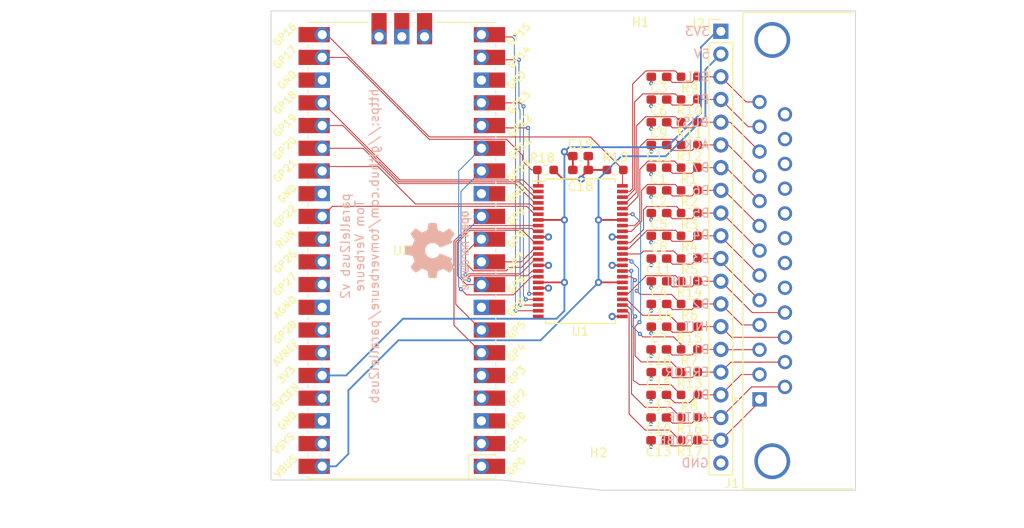
<source format=kicad_pcb>
(kicad_pcb (version 20211014) (generator pcbnew)
  (layers (0 "F.Cu" signal) (1 "In1.Cu" signal) (2 "In2.Cu" signal) (31 "B.Cu" signal) (34 "B.Paste" user) (35 "F.Paste" user) (36 "B.SilkS" user "B.Silkscreen") (37 "F.SilkS" user "F.Silkscreen") (38 "B.Mask" user) (39 "F.Mask" user) (44 "Edge.Cuts" user))
  (net 0 "")
  (net 1 "GND")
  (net 2 "/STROBE")
  (net 3 "/D0")
  (net 4 "/D1")
  (net 5 "/D2")
  (net 6 "/D3")
  (net 7 "/D4")
  (net 8 "/D5")
  (net 9 "/D6")
  (net 10 "/ACK")
  (net 11 "/BUSY")
  (net 12 "/PE")
  (net 13 "/SEL")
  (net 14 "/AUTOF")
  (net 15 "/ERROR")
  (net 16 "/INIT")
  (net 17 "/SELIN")
  (net 18 "/D7")
  (net 19 "/D7_3")
  (net 20 "/D6_3")
  (net 21 "/D5_3")
  (net 22 "/D4_3")
  (net 23 "/D3_3")
  (net 24 "/D2_3")
  (net 25 "/D1_3")
  (net 26 "/D0_3")
  (net 27 "+3.3V")
  (net 28 "+5V")
  (net 29 "Net-(R1-Pad2)")
  (net 32 "Net-(R2-Pad2)")
  (net 33 "Net-(R3-Pad2)")
  (net 34 "Net-(R4-Pad2)")
  (net 35 "Net-(R5-Pad2)")
  (net 36 "Net-(R6-Pad2)")
  (net 37 "Net-(R7-Pad2)")
  (net 38 "Net-(R8-Pad2)")
  (net 39 "Net-(R9-Pad2)")
  (net 40 "Net-(R10-Pad2)")
  (net 41 "Net-(R11-Pad2)")
  (net 42 "Net-(R12-Pad2)")
  (net 43 "Net-(R13-Pad2)")
  (net 44 "Net-(R14-Pad2)")
  (net 45 "Net-(R15-Pad2)")
  (net 48 "/SELIN_3")
  (net 49 "/INIT_3")
  (net 50 "/AUTOF_3")
  (net 51 "/STROBE_3")
  (net 52 "/BUSY_3")
  (net 53 "/PE_3")
  (net 54 "/SEL_3")
  (net 55 "/ERROR_3")
  (net 56 "/ACK_3")
  (net 64 "Net-(R16-Pad2)")
  (net 65 "Net-(R17-Pad2)")
  (net 68 "/HD")
  (net 69 "/DIR")
  (footprint "Capacitor_SMD:C_0603_1608Metric_Pad1.08x0.95mm_HandSolder" (layer "F.Cu") (at 187.8595 82.169 180)
    (fp_text reference "C3")
    (fp_text value "100p")
  )
  (footprint "Capacitor_SMD:C_0603_1608Metric_Pad1.08x0.95mm_HandSolder" (layer "F.Cu") (at 179.0965 91.0336)
    (fp_text reference "C19")
    (fp_text value "22u")
  )
  (footprint "Capacitor_SMD:C_0603_1608Metric_Pad1.08x0.95mm_HandSolder" (layer "F.Cu") (at 187.836 112.649 180)
    (fp_text reference "C16")
    (fp_text value "100p")
  )
  (footprint "Capacitor_SMD:C_0603_1608Metric_Pad1.08x0.95mm_HandSolder" (layer "F.Cu") (at 187.8341 117.729 180)
    (fp_text reference "C17")
    (fp_text value "100p")
  )
  (footprint "MountingHole:MountingHole_2.7mm_M2.5" (layer "F.Cu") (at 183.642 78.105)
    (fp_text reference "H1")
    (fp_text value "MountingHole")
  )
  (footprint "Resistor_SMD:R_0603_1608Metric_Pad0.98x0.95mm_HandSolder" (layer "F.Cu") (at 191.2385 82.169 180)
    (fp_text reference "R9")
    (fp_text value "22")
  )
  (footprint "Capacitor_SMD:C_0603_1608Metric_Pad1.08x0.95mm_HandSolder" (layer "F.Cu") (at 187.8573 115.189 180)
    (fp_text reference "C15")
    (fp_text value "100p")
  )
  (footprint "Capacitor_SMD:C_0603_1608Metric_Pad1.08x0.95mm_HandSolder" (layer "F.Cu") (at 187.8595 89.789 180)
    (fp_text reference "C12")
    (fp_text value "100p")
  )
  (footprint "Resistor_SMD:R_0603_1608Metric_Pad0.98x0.95mm_HandSolder" (layer "F.Cu") (at 191.2385 97.409 180)
    (fp_text reference "R3")
    (fp_text value "22")
  )
  (footprint "Resistor_SMD:R_0603_1608Metric_Pad0.98x0.95mm_HandSolder" (layer "F.Cu") (at 191.2385 89.789 180)
    (fp_text reference "R12")
    (fp_text value "22")
  )
  (footprint "Capacitor_SMD:C_0603_1608Metric_Pad1.08x0.95mm_HandSolder" (layer "F.Cu") (at 187.8595 97.409 180)
    (fp_text reference "C5")
    (fp_text value "100p")
  )
  (footprint "Capacitor_SMD:C_0603_1608Metric_Pad1.08x0.95mm_HandSolder" (layer "F.Cu") (at 187.8595 102.489 180)
    (fp_text reference "C11")
    (fp_text value "100p")
  )
  (footprint "Resistor_SMD:R_0603_1608Metric_Pad0.98x0.95mm_HandSolder" (layer "F.Cu") (at 191.2385 87.249 180)
    (fp_text reference "R11")
    (fp_text value "22")
  )
  (footprint "RPi_Pico:RPi_Pico_SMD_TH" (layer "F.Cu") (at 159.131 101.591 180)
    (fp_text reference "U2")
    (fp_text value "Pico")
  )
  (footprint "Package_SO:SSOP-48_7.5x15.9mm_P0.635mm" (layer "F.Cu") (at 179.071 101.6635)
    (fp_text reference "U1")
    (fp_text value "74LVC161284DL")
  )
  (footprint "Resistor_SMD:R_0603_1608Metric_Pad0.98x0.95mm_HandSolder" (layer "F.Cu") (at 191.2385 120.269 180)
    (fp_text reference "R16")
    (fp_text value "22")
  )
  (footprint "Capacitor_SMD:C_0603_1608Metric_Pad1.08x0.95mm_HandSolder" (layer "F.Cu") (at 187.8595 94.869 180)
    (fp_text reference "C2")
    (fp_text value "100p")
  )
  (footprint "Capacitor_SMD:C_0603_1608Metric_Pad1.08x0.95mm_HandSolder" (layer "F.Cu") (at 187.8595 105.029 180)
    (fp_text reference "C4")
    (fp_text value "100p")
  )
  (footprint "Capacitor_SMD:C_0603_1608Metric_Pad1.08x0.95mm_HandSolder" (layer "F.Cu") (at 187.8341 122.809 180)
    (fp_text reference "C13")
    (fp_text value "100p")
  )
  (footprint "Capacitor_SMD:C_0603_1608Metric_Pad1.08x0.95mm_HandSolder" (layer "F.Cu") (at 187.8595 87.249 180)
    (fp_text reference "C9")
    (fp_text value "100p")
  )
  (footprint "Resistor_SMD:R_0603_1608Metric_Pad0.98x0.95mm_HandSolder" (layer "F.Cu") (at 191.2385 117.729 180)
    (fp_text reference "R8")
    (fp_text value "22")
  )
  (footprint "Resistor_SMD:R_0603_1608Metric_Pad0.98x0.95mm_HandSolder" (layer "F.Cu") (at 191.2385 107.569 180)
    (fp_text reference "R6")
    (fp_text value "22")
  )
  (footprint "Connector_Dsub:DSUB-25_Male_Horizontal_P2.77x2.84mm_EdgePinOffset7.70mm_Housed_MountingHolesOffset9.12mm" (layer "F.Cu") (at 199.088 118.225 90)
    (fp_text reference "J1")
    (fp_text value "DB25_Male_MountingHoles")
  )
  (footprint "Resistor_SMD:R_0603_1608Metric_Pad0.98x0.95mm_HandSolder" (layer "F.Cu") (at 191.2385 94.869 180)
    (fp_text reference "R2")
    (fp_text value "22")
  )
  (footprint "Resistor_SMD:R_0603_1608Metric_Pad0.98x0.95mm_HandSolder" (layer "F.Cu") (at 191.2385 110.109 180)
    (fp_text reference "R15")
    (fp_text value "22")
  )
  (footprint "Capacitor_SMD:C_0603_1608Metric_Pad1.08x0.95mm_HandSolder" (layer "F.Cu") (at 187.8341 120.269 180)
    (fp_text reference "C10")
    (fp_text value "100p")
  )
  (footprint "Capacitor_SMD:C_0603_1608Metric_Pad1.08x0.95mm_HandSolder" (layer "F.Cu") (at 187.8595 99.949 180)
    (fp_text reference "C8")
    (fp_text value "100p")
  )
  (footprint "Resistor_SMD:R_0603_1608Metric_Pad0.98x0.95mm_HandSolder" (layer "F.Cu") (at 191.2385 105.029 180)
    (fp_text reference "R14")
    (fp_text value "22")
  )
  (footprint "Resistor_SMD:R_0603_1608Metric_Pad0.98x0.95mm_HandSolder" (layer "F.Cu") (at 175.1819 92.583 180)
    (fp_text reference "R18")
    (fp_text value "4K7")
  )
  (footprint "Resistor_SMD:R_0603_1608Metric_Pad0.98x0.95mm_HandSolder" (layer "F.Cu") (at 191.262 115.189 180)
    (fp_text reference "R13")
    (fp_text value "22")
  )
  (footprint "Resistor_SMD:R_0603_1608Metric_Pad0.98x0.95mm_HandSolder" (layer "F.Cu") (at 191.2385 84.709 180)
    (fp_text reference "R10")
    (fp_text value "22")
  )
  (footprint "Capacitor_SMD:C_0603_1608Metric_Pad1.08x0.95mm_HandSolder" (layer "F.Cu") (at 187.8595 84.709 180)
    (fp_text reference "C6")
    (fp_text value "100p")
  )
  (footprint "Capacitor_SMD:C_0603_1608Metric_Pad1.08x0.95mm_HandSolder" (layer "F.Cu") (at 187.8595 107.569 180)
    (fp_text reference "C14")
    (fp_text value "100p")
  )
  (footprint "Capacitor_SMD:C_0603_1608Metric_Pad1.08x0.95mm_HandSolder" (layer "F.Cu") (at 187.8595 92.329 180)
    (fp_text reference "C1")
    (fp_text value "100p")
  )
  (footprint "Resistor_SMD:R_0603_1608Metric_Pad0.98x0.95mm_HandSolder" (layer "F.Cu") (at 182.9581 92.583)
    (fp_text reference "R19")
    (fp_text value "4K7")
  )
  (footprint "Resistor_SMD:R_0603_1608Metric_Pad0.98x0.95mm_HandSolder" (layer "F.Cu") (at 191.2347 122.809 180)
    (fp_text reference "R17")
    (fp_text value "22")
  )
  (footprint "Resistor_SMD:R_0603_1608Metric_Pad0.98x0.95mm_HandSolder" (layer "F.Cu") (at 191.2385 112.649 180)
    (fp_text reference "R7")
    (fp_text value "22")
  )
  (footprint "Capacitor_SMD:C_0603_1608Metric_Pad1.08x0.95mm_HandSolder" (layer "F.Cu") (at 179.0965 92.583)
    (fp_text reference "C18")
    (fp_text value "100n")
  )
  (footprint "Capacitor_SMD:C_0603_1608Metric_Pad1.08x0.95mm_HandSolder" (layer "F.Cu") (at 187.8595 110.109 180)
    (fp_text reference "C7")
    (fp_text value "100p")
  )
  (footprint "MountingHole:MountingHole_2.7mm_M2.5" (layer "F.Cu") (at 183.642 125.095)
    (fp_text reference "H2")
    (fp_text value "MountingHole")
  )
  (footprint "Resistor_SMD:R_0603_1608Metric_Pad0.98x0.95mm_HandSolder" (layer "F.Cu") (at 191.2385 92.329 180)
    (fp_text reference "R1")
    (fp_text value "22")
  )
  (footprint "Resistor_SMD:R_0603_1608Metric_Pad0.98x0.95mm_HandSolder" (layer "F.Cu") (at 191.2385 99.949 180)
    (fp_text reference "R4")
    (fp_text value "22")
  )
  (footprint "Connector_PinHeader_2.54mm:PinHeader_1x20_P2.54mm_Vertical" (layer "F.Cu") (at 194.77 77.089)
    (fp_text reference "J2")
    (fp_text value "Conn_01x20")
  )
  (footprint "Resistor_SMD:R_0603_1608Metric_Pad0.98x0.95mm_HandSolder" (layer "F.Cu") (at 191.2385 102.489 180)
    (fp_text reference "R5")
    (fp_text value "22")
  )
  (footprint "Symbol:OSHW-Logo2_9.8x8mm_SilkScreen" (layer "B.Cu") (at 163.195 101.6 -90)
    (fp_text reference "REF**" hide)
    (fp_text value "OSHW-Logo2_9.8x8mm_SilkScreen" hide)
  )
  (gr_poly (pts (xy 209.804 128.397) (xy 181.61 128.397) (xy 170.18 127.254) (xy 144.526 127.254) (xy 144.526 74.803) (xy 170.18 74.803) (xy 181.61 74.803) (xy 209.804 74.803)) (layer "Edge.Cuts") (width 0.1) (fill none))
  (gr_text "BUSY" (at 191.516 87.249) (layer "B.SilkS") (effects (font (size 1 1)) (justify mirror)))
  (gr_text "INIT" (at 192.024 110.109) (layer "B.SilkS") (effects (font (size 1 1)) (justify mirror)))
  (gr_text "SEL" (at 192.151 82.169) (layer "B.SilkS") (effects (font (size 1 1)) (justify mirror)))
  (gr_text "D2" (at 192.532 107.569) (layer "B.SilkS") (effects (font (size 1 1)) (justify mirror)))
  (gr_text "ACK" (at 192.024 89.789) (layer "B.SilkS") (effects (font (size 1 1)) (justify mirror)))
  (gr_text "ERROR" (at 191.008 115.189) (layer "B.SilkS") (effects (font (size 1 1)) (justify mirror)))
  (gr_text "D1" (at 192.532 112.649) (layer "B.SilkS") (effects (font (size 1 1)) (justify mirror)))
  (gr_text "D4" (at 192.532 99.822) (layer "B.SilkS") (effects (font (size 1 1)) (justify mirror)))
  (gr_text "SELINT" (at 191.008 105.029) (layer "B.SilkS") (effects (font (size 1 1)) (justify mirror)))
  (gr_text "STROBE" (at 190.627 122.809) (layer "B.SilkS") (effects (font (size 1 1)) (justify mirror)))
  (gr_text "AUTOF" (at 191.135 120.269) (layer "B.SilkS") (effects (font (size 1 1)) (justify mirror)))
  (gr_text "D7" (at 192.532 92.329) (layer "B.SilkS") (effects (font (size 1 1)) (justify mirror)))
  (gr_text "3V3" (at 192.151 77.089) (layer "B.SilkS") (effects (font (size 1 1)) (justify mirror)))
  (gr_text "5V" (at 192.659 79.629) (layer "B.SilkS") (effects (font (size 1 1)) (justify mirror)))
  (gr_text "D5" (at 192.532 97.409) (layer "B.SilkS") (effects (font (size 1 1)) (justify mirror)))
  (gr_text "parallel2usb v2\nTom Verbeure\nhttps://github.com/tomverbeure/parallel2usb" (at 154.432 101.092 90) (layer "B.SilkS") (effects (font (size 1 1)) (justify mirror)))
  (gr_text "PE" (at 192.532 84.709) (layer "B.SilkS") (effects (font (size 1 1)) (justify mirror)))
  (gr_text "D0" (at 192.532 117.729) (layer "B.SilkS") (effects (font (size 1 1)) (justify mirror)))
  (gr_text "D3" (at 192.532 102.489) (layer "B.SilkS") (effects (font (size 1 1)) (justify mirror)))
  (gr_text "D6" (at 192.532 94.869) (layer "B.SilkS") (effects (font (size 1 1)) (justify mirror)))
  (gr_text "GND" (at 191.897 125.349) (layer "B.SilkS") (effects (font (size 1 1)) (justify mirror)))
  (segment (start 174.371 105.791) (end 175.514 105.791) (width 0.2) (layer "F.Cu") (net 1))
  (segment (start 186.997 105.7634) (end 186.9948 105.7656) (width 0.2) (layer "F.Cu") (net 1))
  (segment (start 186.997 110.109) (end 186.997 110.8434) (width 0.2) (layer "F.Cu") (net 1))
  (segment (start 183.771 100.076) (end 182.626 100.076) (width 0.2) (layer "F.Cu") (net 1))
  (segment (start 179.197 93.345) (end 179.959 92.583) (width 0.2) (layer "F.Cu") (net 1))
  (segment (start 186.997 82.9034) (end 186.9948 82.9056) (width 0.2) (layer "F.Cu") (net 1))
  (segment (start 186.9716 117.729) (end 186.9716 118.4634) (width 0.2) (layer "F.Cu") (net 1))
  (segment (start 179.959 92.583) (end 182.0456 92.583) (width 0.2) (layer "F.Cu") (net 1))
  (segment (start 186.997 85.4434) (end 186.9948 85.4456) (width 0.2) (layer "F.Cu") (net 1))
  (segment (start 186.997 84.709) (end 186.997 85.4434) (width 0.2) (layer "F.Cu") (net 1))
  (segment (start 186.9716 121.0034) (end 186.9694 121.0056) (width 0.2) (layer "F.Cu") (net 1))
  (segment (start 179.197 93.599) (end 179.197 93.345) (width 0.2) (layer "F.Cu") (net 1))
  (segment (start 186.997 110.8434) (end 186.9948 110.8456) (width 0.2) (layer "F.Cu") (net 1))
  (segment (start 186.997 82.169) (end 186.997 82.9034) (width 0.2) (layer "F.Cu") (net 1))
  (segment (start 186.997 87.249) (end 186.997 87.9834) (width 0.2) (layer "F.Cu") (net 1))
  (segment (start 186.997 105.029) (end 186.997 105.7634) (width 0.2) (layer "F.Cu") (net 1))
  (segment (start 174.371 103.251) (end 175.514 103.251) (width 0.2) (layer "F.Cu") (net 1))
  (segment (start 186.9716 120.269) (end 186.9716 121.0034) (width 0.2) (layer "F.Cu") (net 1))
  (segment (start 186.997 92.329) (end 186.997 93.0634) (width 0.2) (layer "F.Cu") (net 1))
  (segment (start 186.9735 112.649) (end 186.9735 113.3643) (width 0.2) (layer "F.Cu") (net 1))
  (segment (start 186.997 102.489) (end 186.997 103.2234) (width 0.2) (layer "F.Cu") (net 1))
  (segment (start 186.997 95.6034) (end 186.9948 95.6056) (width 0.2) (layer "F.Cu") (net 1))
  (segment (start 179.959 91.0336) (end 179.959 92.583) (width 0.2) (layer "F.Cu") (net 1))
  (segment (start 186.9716 118.4634) (end 186.9694 118.4656) (width 0.2) (layer "F.Cu") (net 1))
  (segment (start 176.0944 92.583) (end 177.1104 93.599) (width 0.2) (layer "F.Cu") (net 1))
  (segment (start 186.997 103.2234) (end 186.9948 103.2256) (width 0.2) (layer "F.Cu") (net 1))
  (segment (start 186.9735 113.3643) (end 186.9948 113.3856) (width 0.2) (layer "F.Cu") (net 1))
  (segment (start 186.997 94.869) (end 186.997 95.6034) (width 0.2) (layer "F.Cu") (net 1))
  (segment (start 186.9948 115.189) (end 186.9948 115.9256) (width 0.2) (layer "F.Cu") (net 1))
  (segment (start 177.1104 93.599) (end 179.197 93.599) (width 0.2) (layer "F.Cu") (net 1))
  (segment (start 186.997 90.5234) (end 186.9948 90.5256) (width 0.2) (layer "F.Cu") (net 1))
  (segment (start 186.997 99.949) (end 186.997 100.6834) (width 0.2) (layer "F.Cu") (net 1))
  (segment (start 186.997 108.3034) (end 186.9948 108.3056) (width 0.2) (layer "F.Cu") (net 1))
  (segment (start 186.997 100.6834) (end 186.9948 100.6856) (width 0.2) (layer "F.Cu") (net 1))
  (segment (start 186.997 107.569) (end 186.997 108.3034) (width 0.2) (layer "F.Cu") (net 1))
  (segment (start 186.997 87.9834) (end 186.9948 87.9856) (width 0.2) (layer "F.Cu") (net 1))
  (segment (start 186.9716 123.5434) (end 186.9694 123.5456) (width 0.2) (layer "F.Cu") (net 1))
  (segment (start 186.997 97.409) (end 186.997 98.1434) (width 0.2) (layer "F.Cu") (net 1))
  (segment (start 183.771 103.251) (end 182.626 103.251) (width 0.2) (layer "F.Cu") (net 1))
  (segment (start 186.997 89.789) (end 186.997 90.5234) (width 0.2) (layer "F.Cu") (net 1))
  (segment (start 182.753 108.966) (end 182.626 108.966) (width 0.2) (layer "F.Cu") (net 1))
  (segment (start 183.771 108.966) (end 182.753 108.966) (width 0.2) (layer "F.Cu") (net 1))
  (segment (start 186.9716 122.809) (end 186.9716 123.5434) (width 0.2) (layer "F.Cu") (net 1))
  (segment (start 174.371 100.076) (end 175.514 100.076) (width 0.2) (layer "F.Cu") (net 1))
  (segment (start 186.997 98.1434) (end 186.9948 98.1456) (width 0.2) (layer "F.Cu") (net 1))
  (segment (start 186.997 93.0634) (end 186.9948 93.0656) (width 0.2) (layer "F.Cu") (net 1))
  (via (at 186.9948 113.3856) (size 0.46) (drill 0.2) (layers "F.Cu" "B.Cu") (net 1))
  (via (at 186.9948 82.9056) (size 0.46) (drill 0.2) (layers "F.Cu" "B.Cu") (net 1))
  (via (at 186.9948 87.9856) (size 0.46) (drill 0.2) (layers "F.Cu" "B.Cu") (net 1))
  (via (at 182.626 100.076) (size 0.8) (drill 0.4) (layers "F.Cu" "B.Cu") (net 1))
  (via (at 186.9948 110.8456) (size 0.46) (drill 0.2) (layers "F.Cu" "B.Cu") (net 1))
  (via (at 175.514 100.076) (size 0.8) (drill 0.4) (layers "F.Cu" "B.Cu") (net 1))
  (via (at 182.626 108.966) (size 0.8) (drill 0.4) (layers "F.Cu" "B.Cu") (net 1))
  (via (at 186.9948 85.4456) (size 0.46) (drill 0.2) (layers "F.Cu" "B.Cu") (net 1))
  (via (at 186.9948 108.3056) (size 0.46) (drill 0.2) (layers "F.Cu" "B.Cu") (net 1))
  (via (at 186.9948 98.1456) (size 0.46) (drill 0.2) (layers "F.Cu" "B.Cu") (net 1))
  (via (at 186.9948 103.2256) (size 0.46) (drill 0.2) (layers "F.Cu" "B.Cu") (net 1))
  (via (at 186.9948 93.0656) (size 0.46) (drill 0.2) (layers "F.Cu" "B.Cu") (net 1))
  (via (at 186.9948 90.5256) (size 0.46) (drill 0.2) (layers "F.Cu" "B.Cu") (net 1))
  (via (at 186.9948 105.7656) (size 0.46) (drill 0.2) (layers "F.Cu" "B.Cu") (net 1))
  (via (at 186.9694 121.0056) (size 0.46) (drill 0.2) (layers "F.Cu" "B.Cu") (net 1))
  (via (at 186.9948 95.6056) (size 0.46) (drill 0.2) (layers "F.Cu" "B.Cu") (net 1))
  (via (at 186.9948 115.9256) (size 0.46) (drill 0.2) (layers "F.Cu" "B.Cu") (net 1))
  (via (at 175.514 103.251) (size 0.8) (drill 0.4) (layers "F.Cu" "B.Cu") (net 1))
  (via (at 182.626 103.251) (size 0.8) (drill 0.4) (layers "F.Cu" "B.Cu") (net 1))
  (via (at 186.9694 123.5456) (size 0.46) (drill 0.2) (layers "F.Cu" "B.Cu") (net 1))
  (via (at 179.197 93.599) (size 0.8) (drill 0.4) (layers "F.Cu" "B.Cu") (net 1))
  (via (at 186.9948 100.6856) (size 0.46) (drill 0.2) (layers "F.Cu" "B.Cu") (net 1))
  (via (at 186.9694 118.4656) (size 0.46) (drill 0.2) (layers "F.Cu" "B.Cu") (net 1))
  (via (at 175.514 105.791) (size 0.8) (drill 0.4) (layers "F.Cu" "B.Cu") (net 1))
  (segment (start 191.399 123.434) (end 189.22 123.434) (width 0.1) (layer "F.Cu") (net 2))
  (segment (start 199.088 118.225) (end 199.088 118.491) (width 0.1) (layer "F.Cu") (net 2))
  (segment (start 199.088 118.491) (end 194.77 122.809) (width 0.1) (layer "F.Cu") (net 2))
  (segment (start 192.024 122.809) (end 191.399 123.434) (width 0.1) (layer "F.Cu") (net 2))
  (segment (start 194.77 122.809) (end 192.024 122.809) (width 0.1) (layer "F.Cu") (net 2))
  (segment (start 189.22 123.434) (end 188.595 122.809) (width 0.1) (layer "F.Cu") (net 2))
  (segment (start 192.151 117.729) (end 191.262 118.618) (width 0.1) (layer "F.Cu") (net 3))
  (segment (start 189.611 118.618) (end 188.722 117.729) (width 0.1) (layer "F.Cu") (net 3))
  (segment (start 194.77 117.729) (end 192.151 117.729) (width 0.1) (layer "F.Cu") (net 3))
  (segment (start 199.088 115.455) (end 197.044 115.455) (width 0.1) (layer "F.Cu") (net 3))
  (segment (start 191.262 118.618) (end 189.611 118.618) (width 0.1) (layer "F.Cu") (net 3))
  (segment (start 197.044 115.455) (end 194.77 117.729) (width 0.1) (layer "F.Cu") (net 3))
  (segment (start 194.77 112.649) (end 192.151 112.649) (width 0.1) (layer "F.Cu") (net 4))
  (segment (start 189.3235 113.274) (end 188.6985 112.649) (width 0.1) (layer "F.Cu") (net 4))
  (segment (start 192.151 112.649) (end 191.526 113.274) (width 0.1) (layer "F.Cu") (net 4))
  (segment (start 191.526 113.274) (end 189.3235 113.274) (width 0.1) (layer "F.Cu") (net 4))
  (segment (start 194.806 112.685) (end 194.77 112.649) (width 0.1) (layer "F.Cu") (net 4))
  (segment (start 199.088 112.685) (end 194.806 112.685) (width 0.1) (layer "F.Cu") (net 4))
  (segment (start 197.116 109.915) (end 194.77 107.569) (width 0.1) (layer "F.Cu") (net 5))
  (segment (start 199.088 109.915) (end 197.116 109.915) (width 0.1) (layer "F.Cu") (net 5))
  (segment (start 191.526 108.194) (end 189.347 108.194) (width 0.1) (layer "F.Cu") (net 5))
  (segment (start 194.77 107.569) (end 192.151 107.569) (width 0.1) (layer "F.Cu") (net 5))
  (segment (start 192.151 107.569) (end 191.526 108.194) (width 0.1) (layer "F.Cu") (net 5))
  (segment (start 189.347 108.194) (end 188.722 107.569) (width 0.1) (layer "F.Cu") (net 5))
  (segment (start 189.347 103.114) (end 188.722 102.489) (width 0.1) (layer "F.Cu") (net 6))
  (segment (start 199.088 107.145) (end 194.77 102.827) (width 0.1) (layer "F.Cu") (net 6))
  (segment (start 191.526 103.114) (end 189.347 103.114) (width 0.1) (layer "F.Cu") (net 6))
  (segment (start 194.77 102.827) (end 194.77 102.489) (width 0.1) (layer "F.Cu") (net 6))
  (segment (start 194.77 102.489) (end 192.151 102.489) (width 0.1) (layer "F.Cu") (net 6))
  (segment (start 192.151 102.489) (end 191.526 103.114) (width 0.1) (layer "F.Cu") (net 6))
  (segment (start 199.088 104.375) (end 194.77 100.057) (width 0.1) (layer "F.Cu") (net 7))
  (segment (start 192.151 99.949) (end 191.526 100.574) (width 0.1) (layer "F.Cu") (net 7))
  (segment (start 189.347 100.574) (end 188.722 99.949) (width 0.1) (layer "F.Cu") (net 7))
  (segment (start 194.77 99.949) (end 192.151 99.949) (width 0.1) (layer "F.Cu") (net 7))
  (segment (start 194.77 100.057) (end 194.77 99.949) (width 0.1) (layer "F.Cu") (net 7))
  (segment (start 191.526 100.574) (end 189.347 100.574) (width 0.1) (layer "F.Cu") (net 7))
  (segment (start 199.088 101.605) (end 194.892 97.409) (width 0.1) (layer "F.Cu") (net 8))
  (segment (start 191.526 98.034) (end 189.347 98.034) (width 0.1) (layer "F.Cu") (net 8))
  (segment (start 194.77 97.409) (end 192.151 97.409) (width 0.1) (layer "F.Cu") (net 8))
  (segment (start 192.151 97.409) (end 191.526 98.034) (width 0.1) (layer "F.Cu") (net 8))
  (segment (start 194.892 97.409) (end 194.77 97.409) (width 0.1) (layer "F.Cu") (net 8))
  (segment (start 189.347 98.034) (end 188.722 97.409) (width 0.1) (layer "F.Cu") (net 8))
  (segment (start 199.088 98.835) (end 195.122 94.869) (width 0.1) (layer "F.Cu") (net 9))
  (segment (start 194.77 94.869) (end 192.151 94.869) (width 0.1) (layer "F.Cu") (net 9))
  (segment (start 192.151 94.869) (end 191.526 95.494) (width 0.1) (layer "F.Cu") (net 9))
  (segment (start 189.347 95.494) (end 188.722 94.869) (width 0.1) (layer "F.Cu") (net 9))
  (segment (start 191.526 95.494) (end 189.347 95.494) (width 0.1) (layer "F.Cu") (net 9))
  (segment (start 195.122 94.869) (end 194.77 94.869) (width 0.1) (layer "F.Cu") (net 9))
  (segment (start 199.088 93.295) (end 195.582 89.789) (width 0.1) (layer "F.Cu") (net 10))
  (segment (start 189.347 90.414) (end 188.722 89.789) (width 0.1) (layer "F.Cu") (net 10))
  (segment (start 195.582 89.789) (end 194.77 89.789) (width 0.1) (layer "F.Cu") (net 10))
  (segment (start 192.151 89.789) (end 191.526 90.414) (width 0.1) (layer "F.Cu") (net 10))
  (segment (start 191.526 90.414) (end 189.347 90.414) (width 0.1) (layer "F.Cu") (net 10))
  (segment (start 194.77 89.789) (end 192.151 89.789) (width 0.1) (layer "F.Cu") (net 10))
  (segment (start 194.77 87.249) (end 192.151 87.249) (width 0.1) (layer "F.Cu") (net 11))
  (segment (start 192.151 87.249) (end 191.526 87.874) (width 0.1) (layer "F.Cu") (net 11))
  (segment (start 199.088 90.525) (end 195.812 87.249) (width 0.1) (layer "F.Cu") (net 11))
  (segment (start 189.347 87.874) (end 188.722 87.249) (width 0.1) (layer "F.Cu") (net 11))
  (segment (start 191.526 87.874) (end 189.347 87.874) (width 0.1) (layer "F.Cu") (net 11))
  (segment (start 195.812 87.249) (end 194.77 87.249) (width 0.1) (layer "F.Cu") (net 11))
  (segment (start 189.347 85.334) (end 188.722 84.709) (width 0.1) (layer "F.Cu") (net 12))
  (segment (start 199.088 87.755) (end 197.816 87.755) (width 0.1) (layer "F.Cu") (net 12))
  (segment (start 192.151 84.709) (end 191.526 85.334) (width 0.1) (layer "F.Cu") (net 12))
  (segment (start 197.816 87.755) (end 194.77 84.709) (width 0.1) (layer "F.Cu") (net 12))
  (segment (start 191.526 85.334) (end 189.347 85.334) (width 0.1) (layer "F.Cu") (net 12))
  (segment (start 194.77 84.709) (end 192.151 84.709) (width 0.1) (layer "F.Cu") (net 12))
  (segment (start 192.151 82.169) (end 191.526 82.794) (width 0.1) (layer "F.Cu") (net 13))
  (segment (start 199.088 84.985) (end 197.586 84.985) (width 0.1) (layer "F.Cu") (net 13))
  (segment (start 197.586 84.985) (end 194.77 82.169) (width 0.1) (layer "F.Cu") (net 13))
  (segment (start 189.347 82.794) (end 188.722 82.169) (width 0.1) (layer "F.Cu") (net 13))
  (segment (start 191.526 82.794) (end 189.347 82.794) (width 0.1) (layer "F.Cu") (net 13))
  (segment (start 194.77 82.169) (end 192.151 82.169) (width 0.1) (layer "F.Cu") (net 13))
  (segment (start 189.347 120.894) (end 188.722 120.269) (width 0.1) (layer "F.Cu") (net 14))
  (segment (start 191.526 120.894) (end 189.347 120.894) (width 0.1) (layer "F.Cu") (net 14))
  (segment (start 194.77 120.269) (end 192.151 120.269) (width 0.1) (layer "F.Cu") (net 14))
  (segment (start 192.151 120.269) (end 191.526 120.894) (width 0.1) (layer "F.Cu") (net 14))
  (segment (start 201.928 116.84) (end 198.199 116.84) (width 0.1) (layer "F.Cu") (net 14))
  (segment (start 198.199 116.84) (end 194.77 120.269) (width 0.1) (layer "F.Cu") (net 14))
  (segment (start 195.889 114.07) (end 194.77 115.189) (width 0.1) (layer "F.Cu") (net 15))
  (segment (start 191.5495 115.814) (end 189.3705 115.814) (width 0.1) (layer "F.Cu") (net 15))
  (segment (start 192.1745 115.189) (end 191.5495 115.814) (width 0.1) (layer "F.Cu") (net 15))
  (segment (start 194.77 115.189) (end 192.1745 115.189) (width 0.1) (layer "F.Cu") (net 15))
  (segment (start 201.928 114.07) (end 195.889 114.07) (width 0.1) (layer "F.Cu") (net 15))
  (segment (start 189.3705 115.814) (end 188.7455 115.189) (width 0.1) (layer "F.Cu") (net 15))
  (segment (start 195.961 111.3) (end 194.77 110.109) (width 0.1) (layer "F.Cu") (net 16))
  (segment (start 189.347 110.734) (end 188.722 110.109) (width 0.1) (layer "F.Cu") (net 16))
  (segment (start 201.928 111.3) (end 195.961 111.3) (width 0.1) (layer "F.Cu") (net 16))
  (segment (start 191.526 110.734) (end 189.347 110.734) (width 0.1) (layer "F.Cu") (net 16))
  (segment (start 192.151 110.109) (end 191.526 110.734) (width 0.1) (layer "F.Cu") (net 16))
  (segment (start 194.77 110.109) (end 192.151 110.109) (width 0.1) (layer "F.Cu") (net 16))
  (segment (start 192.151 105.029) (end 191.526 105.654) (width 0.1) (layer "F.Cu") (net 17))
  (segment (start 194.77 105.029) (end 192.151 105.029) (width 0.1) (layer "F.Cu") (net 17))
  (segment (start 191.526 105.654) (end 189.347 105.654) (width 0.1) (layer "F.Cu") (net 17))
  (segment (start 198.271 108.53) (end 194.77 105.029) (width 0.1) (layer "F.Cu") (net 17))
  (segment (start 189.347 105.654) (end 188.722 105.029) (width 0.1) (layer "F.Cu") (net 17))
  (segment (start 201.928 108.53) (end 198.271 108.53) (width 0.1) (layer "F.Cu") (net 17))
  (segment (start 191.526 92.954) (end 189.347 92.954) (width 0.1) (layer "F.Cu") (net 18))
  (segment (start 194.77 92.329) (end 192.151 92.329) (width 0.1) (layer "F.Cu") (net 18))
  (segment (start 195.352 92.329) (end 194.77 92.329) (width 0.1) (layer "F.Cu") (net 18))
  (segment (start 199.088 96.065) (end 195.352 92.329) (width 0.1) (layer "F.Cu") (net 18))
  (segment (start 192.151 92.329) (end 191.526 92.954) (width 0.1) (layer "F.Cu") (net 18))
  (segment (start 189.347 92.954) (end 188.722 92.329) (width 0.1) (layer "F.Cu") (net 18))
  (segment (start 174.371 98.806) (end 166.694725 98.806) (width 0.1) (layer "F.Cu") (net 19))
  (segment (start 164.954998 109.954998) (end 168.021 113.021) (width 0.1) (layer "F.Cu") (net 19))
  (segment (start 164.954998 100.545728) (end 164.954998 109.954998) (width 0.1) (layer "F.Cu") (net 19))
  (segment (start 166.694725 98.806) (end 164.954998 100.545728) (width 0.1) (layer "F.Cu") (net 19))
  (segment (start 165.154499 107.614499) (end 168.021 110.481) (width 0.1) (layer "F.Cu") (net 20))
  (segment (start 166.661363 99.121499) (end 165.154499 100.628364) (width 0.1) (layer "F.Cu") (net 20))
  (segment (start 173.971 99.441) (end 173.651499 99.121499) (width 0.1) (layer "F.Cu") (net 20))
  (segment (start 173.651499 99.121499) (end 166.661363 99.121499) (width 0.1) (layer "F.Cu") (net 20))
  (segment (start 165.154499 100.628364) (end 165.154499 107.614499) (width 0.1) (layer "F.Cu") (net 20))
  (segment (start 174.371 99.441) (end 173.971 99.441) (width 0.1) (layer "F.Cu") (net 20))
  (segment (start 166.361 105.401) (end 168.021 105.401) (width 0.1) (layer "F.Cu") (net 21))
  (segment (start 174.371 100.711) (end 173.971 100.711) (width 0.1) (layer "F.Cu") (net 21))
  (segment (start 166.744 99.321) (end 165.354 100.711) (width 0.1) (layer "F.Cu") (net 21))
  (segment (start 165.354 100.711) (end 165.354 104.394) (width 0.1) (layer "F.Cu") (net 21))
  (segment (start 172.581 99.321) (end 166.744 99.321) (width 0.1) (layer "F.Cu") (net 21))
  (segment (start 165.354 104.394) (end 166.361 105.401) (width 0.1) (layer "F.Cu") (net 21))
  (segment (start 173.971 100.711) (end 172.581 99.321) (width 0.1) (layer "F.Cu") (net 21))
  (segment (start 173.971 101.346) (end 172.456 102.861) (width 0.1) (layer "F.Cu") (net 22))
  (segment (start 172.456 102.861) (end 168.021 102.861) (width 0.1) (layer "F.Cu") (net 22))
  (segment (start 174.371 101.346) (end 173.971 101.346) (width 0.1) (layer "F.Cu") (net 22))
  (segment (start 171.157726 103.486998) (end 170.783724 103.861) (width 0.1) (layer "F.Cu") (net 23))
  (segment (start 174.371 101.981) (end 173.971 101.981) (width 0.1) (layer "F.Cu") (net 23))
  (segment (start 166.243 102.997) (end 166.243 101.854) (width 0.1) (layer "F.Cu") (net 23))
  (segment (start 173.971 101.981) (end 172.465002 103.486998) (width 0.1) (layer "F.Cu") (net 23))
  (segment (start 166.243 101.854) (end 167.776 100.321) (width 0.1) (layer "F.Cu") (net 23))
  (segment (start 167.776 100.321) (end 168.021 100.321) (width 0.1) (layer "F.Cu") (net 23))
  (segment (start 170.783724 103.861) (end 167.107 103.861) (width 0.1) (layer "F.Cu") (net 23))
  (segment (start 172.465002 103.486998) (end 171.157726 103.486998) (width 0.1) (layer "F.Cu") (net 23))
  (segment (start 167.107 103.861) (end 166.243 102.997) (width 0.1) (layer "F.Cu") (net 23))
  (segment (start 166.308501 104.201499) (end 166.243 104.267) (width 0.1) (layer "F.Cu") (net 24))
  (segment (start 173.971 102.616) (end 172.385501 104.201499) (width 0.1) (layer "F.Cu") (net 24))
  (segment (start 174.371 102.616) (end 173.971 102.616) (width 0.1) (layer "F.Cu") (net 24))
  (segment (start 172.385501 104.201499) (end 166.308501 104.201499) (width 0.1) (layer "F.Cu") (net 24))
  (via (at 166.243 104.267) (size 0.46) (drill 0.2) (layers "F.Cu" "B.Cu") (net 24))
  (segment (start 166.243 104.267) (end 166.243 99.559) (width 0.1) (layer "B.Cu") (net 24))
  (segment (start 166.243 99.559) (end 168.021 97.781) (width 0.1) (layer "B.Cu") (net 24))
  (segment (start 173.671 103.886) (end 173.156 104.401) (width 0.1) (layer "F.Cu") (net 25))
  (segment (start 166.744 104.401) (end 166.624 104.521) (width 0.1) (layer "F.Cu") (net 25))
  (segment (start 166.624 104.521) (end 166.624 104.902) (width 0.1) (layer "F.Cu") (net 25))
  (segment (start 174.371 103.886) (end 173.671 103.886) (width 0.1) (layer "F.Cu") (net 25))
  (segment (start 173.156 104.401) (end 166.744 104.401) (width 0.1) (layer "F.Cu") (net 25))
  (via (at 166.624 104.902) (size 0.46) (drill 0.2) (layers "F.Cu" "B.Cu") (net 25))
  (segment (start 166.624 104.902) (end 166.116 104.902) (width 0.1) (layer "B.Cu") (net 25))
  (segment (start 166.116 104.902) (end 165.735 104.521) (width 0.1) (layer "B.Cu") (net 25))
  (segment (start 165.735 94.987) (end 168.021 92.701) (width 0.1) (layer "B.Cu") (net 25))
  (segment (start 165.735 104.521) (end 165.735 94.987) (width 0.1) (layer "B.Cu") (net 25))
  (segment (start 166.37 106.553) (end 165.735 105.918) (width 0.1) (layer "F.Cu") (net 26))
  (segment (start 171.577 106.553) (end 166.624 106.553) (width 0.1) (layer "F.Cu") (net 26))
  (segment (start 174.371 104.521) (end 173.609 104.521) (width 0.1) (layer "F.Cu") (net 26))
  (segment (start 173.609 104.521) (end 171.577 106.553) (width 0.1) (layer "F.Cu") (net 26))
  (segment (start 166.624 106.553) (end 166.37 106.553) (width 0.1) (layer "F.Cu") (net 26))
  (via (at 165.735 105.918) (size 0.46) (drill 0.2) (layers "F.Cu" "B.Cu") (net 26))
  (segment (start 165.735 105.918) (end 165.481 105.664) (width 0.1) (layer "B.Cu") (net 26))
  (segment (start 165.481 105.664) (end 165.481 92.701) (width 0.1) (layer "B.Cu") (net 26))
  (segment (start 165.481 92.701) (end 168.021 90.161) (width 0.1) (layer "B.Cu") (net 26))
  (segment (start 178.234 91.0336) (end 177.7746 91.0336) (width 0.2) (layer "F.Cu") (net 27))
  (segment (start 174.371 98.171) (end 177.292 98.171) (width 0.2) (layer "F.Cu") (net 27))
  (segment (start 177.7746 91.0336) (end 177.292 90.551) (width 0.2) (layer "F.Cu") (net 27))
  (segment (start 174.371 105.156) (end 177.292 105.156) (width 0.2) (layer "F.Cu") (net 27))
  (segment (start 178.234 92.583) (end 178.234 91.0336) (width 0.2) (layer "F.Cu") (net 27))
  (via (at 177.292 90.551) (size 0.8) (drill 0.4) (layers "F.Cu" "B.Cu") (net 27))
  (via (at 177.292 105.156) (size 0.8) (drill 0.4) (layers "F.Cu" "B.Cu") (net 27))
  (via (at 177.292 98.171) (size 0.8) (drill 0.4) (layers "F.Cu" "B.Cu") (net 27))
  (segment (start 177.8 90.043) (end 188.722 90.043) (width 0.2) (layer "B.Cu") (net 27))
  (segment (start 177.292 105.156) (end 177.292 108.331) (width 0.2) (layer "B.Cu") (net 27))
  (segment (start 177.292 90.551) (end 177.8 90.043) (width 0.2) (layer "B.Cu") (net 27))
  (segment (start 176.403 109.22) (end 159.258 109.22) (width 0.2) (layer "B.Cu") (net 27))
  (segment (start 177.292 108.331) (end 176.403 109.22) (width 0.2) (layer "B.Cu") (net 27))
  (segment (start 188.722 90.043) (end 192.532 86.233) (width 0.2) (layer "B.Cu") (net 27))
  (segment (start 177.292 98.171) (end 177.292 90.551) (width 0.2) (layer "B.Cu") (net 27))
  (segment (start 194.31 77.089) (end 192.532 78.867) (width 0.2) (layer "B.Cu") (net 27))
  (segment (start 192.532 86.233) (end 192.532 78.867) (width 0.2) (layer "B.Cu") (net 27))
  (segment (start 159.258 109.22) (end 152.917 115.561) (width 0.2) (layer "B.Cu") (net 27))
  (segment (start 177.292 98.171) (end 177.292 105.156) (width 0.2) (layer "B.Cu") (net 27))
  (segment (start 194.77 77.089) (end 194.31 77.089) (width 0.2) (layer "B.Cu") (net 27))
  (segment (start 152.917 115.561) (end 150.241 115.561) (width 0.2) (layer "B.Cu") (net 27))
  (segment (start 183.771 105.156) (end 181.102 105.156) (width 0.2) (layer "F.Cu") (net 28))
  (segment (start 183.771 98.171) (end 181.102 98.171) (width 0.2) (layer "F.Cu") (net 28))
  (via (at 181.102 105.156) (size 0.8) (drill 0.4) (layers "F.Cu" "B.Cu") (net 28))
  (via (at 181.102 98.171) (size 0.8) (drill 0.4) (layers "F.Cu" "B.Cu") (net 28))
  (segment (start 153.162 124.333) (end 153.162 117.221) (width 0.2) (layer "B.Cu") (net 28))
  (segment (start 183.642 91.059) (end 188.595 91.059) (width 0.2) (layer "B.Cu") (net 28))
  (segment (start 158.75 111.633) (end 174.625 111.633) (width 0.2) (layer "B.Cu") (net 28))
  (segment (start 181.102 105.156) (end 181.102 98.171) (width 0.2) (layer "B.Cu") (net 28))
  (segment (start 193.04 81.359) (end 194.77 79.629) (width 0.2) (layer "B.Cu") (net 28))
  (segment (start 181.102 98.171) (end 181.102 93.599) (width 0.2) (layer "B.Cu") (net 28))
  (segment (start 181.102 93.599) (end 183.642 91.059) (width 0.2) (layer "B.Cu") (net 28))
  (segment (start 174.625 111.633) (end 181.102 105.156) (width 0.2) (layer "B.Cu") (net 28))
  (segment (start 188.595 91.059) (end 193.04 86.614) (width 0.2) (layer "B.Cu") (net 28))
  (segment (start 151.774 125.721) (end 153.162 124.333) (width 0.2) (layer "B.Cu") (net 28))
  (segment (start 153.162 117.221) (end 158.75 111.633) (width 0.2) (layer "B.Cu") (net 28))
  (segment (start 150.241 125.721) (end 151.774 125.721) (width 0.2) (layer "B.Cu") (net 28))
  (segment (start 193.04 86.614) (end 193.04 81.359) (width 0.2) (layer "B.Cu") (net 28))
  (segment (start 189.5894 91.5924) (end 186.6392 91.5924) (width 0.1) (layer "F.Cu") (net 29))
  (segment (start 185.13367 98.806) (end 183.771 98.806) (width 0.1) (layer "F.Cu") (net 29))
  (segment (start 185.713703 92.517897) (end 185.713703 98.225967) (width 0.1) (layer "F.Cu") (net 29))
  (segment (start 190.326 92.329) (end 189.5894 91.5924) (width 0.1) (layer "F.Cu") (net 29))
  (segment (start 185.713703 98.225967) (end 185.13367 98.806) (width 0.1) (layer "F.Cu") (net 29))
  (segment (start 186.6392 91.5924) (end 185.713703 92.517897) (width 0.1) (layer "F.Cu") (net 29))
  (segment (start 189.6656 94.2086) (end 186.571892 94.2086) (width 0.1) (layer "F.Cu") (net 32))
  (segment (start 190.326 94.869) (end 189.6656 94.2086) (width 0.1) (layer "F.Cu") (net 32))
  (segment (start 184.780808 99.441) (end 185.913204 98.308604) (width 0.1) (layer "F.Cu") (net 32))
  (segment (start 186.571892 94.2086) (end 185.913204 94.867288) (width 0.1) (layer "F.Cu") (net 32))
  (segment (start 183.771 99.441) (end 184.780808 99.441) (width 0.1) (layer "F.Cu") (net 32))
  (segment (start 185.913204 94.867288) (end 185.913204 98.308604) (width 0.1) (layer "F.Cu") (net 32))
  (segment (start 186.4868 96.6724) (end 186.1312 97.028) (width 0.1) (layer "F.Cu") (net 33))
  (segment (start 190.326 97.1842) (end 189.8142 96.6724) (width 0.1) (layer "F.Cu") (net 33))
  (segment (start 190.326 97.409) (end 190.326 97.1842) (width 0.1) (layer "F.Cu") (net 33))
  (segment (start 186.1312 97.028) (end 186.1312 99.2378) (width 0.1) (layer "F.Cu") (net 33))
  (segment (start 186.1312 99.2378) (end 184.658 100.711) (width 0.1) (layer "F.Cu") (net 33))
  (segment (start 184.658 100.711) (end 183.771 100.711) (width 0.1) (layer "F.Cu") (net 33))
  (segment (start 189.8142 96.6724) (end 186.4868 96.6724) (width 0.1) (layer "F.Cu") (net 33))
  (segment (start 186.536492 99.324) (end 184.514492 101.346) (width 0.1) (layer "F.Cu") (net 34))
  (segment (start 190.326 99.949) (end 189.701 99.324) (width 0.1) (layer "F.Cu") (net 34))
  (segment (start 184.514492 101.346) (end 183.771 101.346) (width 0.1) (layer "F.Cu") (net 34))
  (segment (start 189.701 99.324) (end 186.536492 99.324) (width 0.1) (layer "F.Cu") (net 34))
  (segment (start 185.801 101.981) (end 186.1312 101.6508) (width 0.1) (layer "F.Cu") (net 35))
  (segment (start 190.326 102.489) (end 189.4878 101.6508) (width 0.1) (layer "F.Cu") (net 35))
  (segment (start 189.4878 101.6508) (end 186.1312 101.6508) (width 0.1) (layer "F.Cu") (net 35))
  (segment (start 183.771 101.981) (end 185.801 101.981) (width 0.1) (layer "F.Cu") (net 35))
  (segment (start 189.2592 106.5022) (end 185.7756 106.5022) (width 0.1) (layer "F.Cu") (net 36))
  (segment (start 183.771 102.616) (end 184.5818 102.616) (width 0.1) (layer "F.Cu") (net 36))
  (segment (start 190.326 107.569) (end 189.2592 106.5022) (width 0.1) (layer "F.Cu") (net 36))
  (segment (start 184.5818 102.616) (end 184.785 102.8192) (width 0.1) (layer "F.Cu") (net 36))
  (segment (start 185.7756 106.5022) (end 185.3692 106.0958) (width 0.1) (layer "F.Cu") (net 36))
  (via (at 185.3692 106.0958) (size 0.46) (drill 0.2) (layers "F.Cu" "B.Cu") (net 36))
  (via (at 184.785 102.8192) (size 0.46) (drill 0.2) (layers "F.Cu" "B.Cu") (net 36))
  (segment (start 185.57 103.6042) (end 185.57 105.895) (width 0.1) (layer "B.Cu") (net 36))
  (segment (start 184.785 102.8192) (end 185.57 103.6042) (width 0.1) (layer "B.Cu") (net 36))
  (segment (start 185.57 105.895) (end 185.3692 106.0958) (width 0.1) (layer "B.Cu") (net 36))
  (segment (start 189.484 111.252) (end 190.326 112.094) (width 0.1) (layer "F.Cu") (net 37))
  (segment (start 185.7248 110.9218) (end 186.055 111.252) (width 0.1) (layer "F.Cu") (net 37))
  (segment (start 190.326 112.094) (end 190.326 112.649) (width 0.1) (layer "F.Cu") (net 37))
  (segment (start 184.7596 103.8606) (end 183.7964 103.8606) (width 0.1) (layer "F.Cu") (net 37))
  (segment (start 186.055 111.252) (end 189.484 111.252) (width 0.1) (layer "F.Cu") (net 37))
  (segment (start 183.7964 103.8606) (end 183.771 103.886) (width 0.1) (layer "F.Cu") (net 37))
  (via (at 185.7248 110.9218) (size 0.46) (drill 0.2) (layers "F.Cu" "B.Cu") (net 37))
  (via (at 184.7596 103.8606) (size 0.46) (drill 0.2) (layers "F.Cu" "B.Cu") (net 37))
  (segment (start 184.7596 103.8606) (end 184.7596 109.9566) (width 0.1) (layer "B.Cu") (net 37))
  (segment (start 184.7596 109.9566) (end 185.7248 110.9218) (width 0.1) (layer "B.Cu") (net 37))
  (segment (start 185.674 116.586) (end 184.9882 116.1288) (width 0.1) (layer "F.Cu") (net 38))
  (segment (start 183.771 104.521) (end 184.785 104.521) (width 0.1) (layer "F.Cu") (net 38))
  (segment (start 184.785 104.521) (end 185.166 104.902) (width 0.1) (layer "F.Cu") (net 38))
  (segment (start 189.183 116.586) (end 185.674 116.586) (width 0.1) (layer "F.Cu") (net 38))
  (segment (start 190.326 117.729) (end 189.183 116.586) (width 0.1) (layer "F.Cu") (net 38))
  (segment (start 184.985 109.175974) (end 185.194974 108.966) (width 0.1) (layer "F.Cu") (net 38))
  (segment (start 184.985 116.1256) (end 184.985 109.175974) (width 0.1) (layer "F.Cu") (net 38))
  (segment (start 184.9882 116.1288) (end 184.985 116.1256) (width 0.1) (layer "F.Cu") (net 38))
  (via (at 185.194974 108.966) (size 0.46) (drill 0.2) (layers "F.Cu" "B.Cu") (net 38))
  (via (at 185.166 104.902) (size 0.46) (drill 0.2) (layers "F.Cu" "B.Cu") (net 38))
  (segment (start 185.194974 108.966) (end 184.9596 108.730626) (width 0.1) (layer "B.Cu") (net 38))
  (segment (start 184.9596 108.730626) (end 184.9596 105.1084) (width 0.1) (layer "B.Cu") (net 38))
  (segment (start 184.9596 105.1084) (end 185.166 104.902) (width 0.1) (layer "B.Cu") (net 38))
  (segment (start 190.326 82.169) (end 189.6656 81.5086) (width 0.1) (layer "F.Cu") (net 39))
  (segment (start 184.6072 94.996) (end 183.771 94.996) (width 0.1) (layer "F.Cu") (net 39))
  (segment (start 184.912 82.9818) (end 184.912 94.6912) (width 0.1) (layer "F.Cu") (net 39))
  (segment (start 184.912 94.6912) (end 184.6072 94.996) (width 0.1) (layer "F.Cu") (net 39))
  (segment (start 186.3852 81.5086) (end 184.912 82.9818) (width 0.1) (layer "F.Cu") (net 39))
  (segment (start 189.6656 81.5086) (end 186.3852 81.5086) (width 0.1) (layer "F.Cu") (net 39))
  (segment (start 183.771 95.631) (end 184.277 95.631) (width 0.1) (layer "F.Cu") (net 40))
  (segment (start 186.045 84.084) (end 185.1152 85.0138) (width 0.1) (layer "F.Cu") (net 40))
  (segment (start 190.326 84.709) (end 189.701 84.084) (width 0.1) (layer "F.Cu") (net 40))
  (segment (start 185.1152 85.0138) (end 185.1152 94.7928) (width 0.1) (layer "F.Cu") (net 40))
  (segment (start 189.701 84.084) (end 186.045 84.084) (width 0.1) (layer "F.Cu") (net 40))
  (segment (start 184.277 95.631) (end 185.1152 94.7928) (width 0.1) (layer "F.Cu") (net 40))
  (segment (start 185.314701 87.684499) (end 186.3752 86.624) (width 0.1) (layer "F.Cu") (net 41))
  (segment (start 185.314701 95.122299) (end 185.314701 87.684499) (width 0.1) (layer "F.Cu") (net 41))
  (segment (start 189.701 86.624) (end 190.326 87.249) (width 0.1) (layer "F.Cu") (net 41))
  (segment (start 183.771 96.266) (end 184.171 96.266) (width 0.1) (layer "F.Cu") (net 41))
  (segment (start 184.171 96.266) (end 185.314701 95.122299) (width 0.1) (layer "F.Cu") (net 41))
  (segment (start 186.3752 86.624) (end 189.701 86.624) (width 0.1) (layer "F.Cu") (net 41))
  (segment (start 189.701 89.164) (end 190.326 89.789) (width 0.1) (layer "F.Cu") (net 42))
  (segment (start 183.771 96.901) (end 184.171 96.901) (width 0.1) (layer "F.Cu") (net 42))
  (segment (start 184.171 96.901) (end 185.514202 95.557798) (width 0.1) (layer "F.Cu") (net 42))
  (segment (start 185.514202 95.557798) (end 185.514202 90.18629) (width 0.1) (layer "F.Cu") (net 42))
  (segment (start 185.514202 90.18629) (end 186.536492 89.164) (width 0.1) (layer "F.Cu") (net 42))
  (segment (start 186.536492 89.164) (end 189.701 89.164) (width 0.1) (layer "F.Cu") (net 42))
  (segment (start 190.3495 115.189) (end 189.2065 114.046) (width 0.1) (layer "F.Cu") (net 43))
  (segment (start 185.8644 114.046) (end 185.185 113.3666) (width 0.1) (layer "F.Cu") (net 43))
  (segment (start 185.185 113.3666) (end 185.185 110.09) (width 0.1) (layer "F.Cu") (net 43))
  (segment (start 189.2065 114.046) (end 185.8644 114.046) (width 0.1) (layer "F.Cu") (net 43))
  (segment (start 183.771 97.536) (end 184.912 97.536) (width 0.1) (layer "F.Cu") (net 43))
  (segment (start 185.185 110.09) (end 185.674 109.601) (width 0.1) (layer "F.Cu") (net 43))
  (via (at 184.912 97.536) (size 0.46) (drill 0.2) (layers "F.Cu" "B.Cu") (net 43))
  (via (at 185.674 109.601) (size 0.46) (drill 0.2) (layers "F.Cu" "B.Cu") (net 43))
  (segment (start 185.801 98.425) (end 185.801 109.474) (width 0.1) (layer "B.Cu") (net 43))
  (segment (start 184.912 97.536) (end 185.801 98.425) (width 0.1) (layer "B.Cu") (net 43))
  (segment (start 185.801 109.474) (end 185.674 109.601) (width 0.1) (layer "B.Cu") (net 43))
  (segment (start 184.404 106.426) (end 183.771 106.426) (width 0.1) (layer "F.Cu") (net 44))
  (segment (start 190.326 105.029) (end 189.701 104.404) (width 0.1) (layer "F.Cu") (net 44))
  (segment (start 189.701 104.404) (end 186.426 104.404) (width 0.1) (layer "F.Cu") (net 44))
  (segment (start 186.426 104.404) (end 184.404 106.426) (width 0.1) (layer "F.Cu") (net 44))
  (segment (start 190.326 110.109) (end 189.056 108.839) (width 0.1) (layer "F.Cu") (net 45))
  (segment (start 189.056 108.839) (end 186.0296 108.839) (width 0.1) (layer "F.Cu") (net 45))
  (segment (start 184.2516 107.061) (end 183.771 107.061) (width 0.1) (layer "F.Cu") (net 45))
  (segment (start 186.0296 108.839) (end 184.2516 107.061) (width 0.1) (layer "F.Cu") (net 45))
  (segment (start 173.228 87.884) (end 168.284 87.884) (width 0.1) (layer "F.Cu") (net 48))
  (segment (start 168.284 87.884) (end 168.021 87.621) (width 0.1) (layer "F.Cu") (net 48))
  (segment (start 174.371 106.426) (end 173.355 106.426) (width 0.1) (layer "F.Cu") (net 48))
  (via (at 173.228 87.884) (size 0.46) (drill 0.2) (layers "F.Cu" "B.Cu") (net 48))
  (via (at 173.355 106.426) (size 0.46) (drill 0.2) (layers "F.Cu" "B.Cu") (net 48))
  (segment (start 173.355 106.426) (end 173.355 88.392) (width 0.1) (layer "B.Cu") (net 48))
  (segment (start 173.355 88.392) (end 173.355 88.011) (width 0.1) (layer "B.Cu") (net 48))
  (segment (start 173.355 88.011) (end 173.228 87.884) (width 0.1) (layer "B.Cu") (net 48))
  (segment (start 172.33 85.081) (end 168.021 85.081) (width 0.1) (layer "F.Cu") (net 49))
  (segment (start 174.371 107.061) (end 172.974 107.061) (width 0.1) (layer "F.Cu") (net 49))
  (segment (start 172.72 85.471) (end 172.33 85.081) (width 0.1) (layer "F.Cu") (net 49))
  (via (at 172.974 107.061) (size 0.46) (drill 0.2) (layers "F.Cu" "B.Cu") (net 49))
  (via (at 172.72 85.471) (size 0.46) (drill 0.2) (layers "F.Cu" "B.Cu") (net 49))
  (segment (start 172.72 106.68) (end 172.72 85.725) (width 0.1) (layer "B.Cu") (net 49))
  (segment (start 172.72 85.725) (end 172.72 85.471) (width 0.1) (layer "B.Cu") (net 49))
  (segment (start 172.847 106.807) (end 172.72 106.68) (width 0.1) (layer "B.Cu") (net 49))
  (segment (start 172.974 107.061) (end 172.847 106.934) (width 0.1) (layer "B.Cu") (net 49))
  (segment (start 172.847 106.934) (end 172.847 106.807) (width 0.1) (layer "B.Cu") (net 49))
  (segment (start 168.284 80.264) (end 168.021 80.001) (width 0.1) (layer "F.Cu") (net 50))
  (segment (start 172.212 80.264) (end 168.284 80.264) (width 0.1) (layer "F.Cu") (net 50))
  (segment (start 174.371 107.696) (end 172.339 107.696) (width 0.1) (layer "F.Cu") (net 50))
  (via (at 172.339 107.696) (size 0.46) (drill 0.2) (layers "F.Cu" "B.Cu") (net 50))
  (via (at 172.212 80.264) (size 0.46) (drill 0.2) (layers "F.Cu" "B.Cu") (net 50))
  (segment (start 172.339 85.852) (end 172.212 85.725) (width 0.1) (layer "B.Cu") (net 50))
  (segment (start 172.212 80.772) (end 172.212 80.264) (width 0.1) (layer "B.Cu") (net 50))
  (segment (start 172.212 85.725) (end 172.212 80.772) (width 0.1) (layer "B.Cu") (net 50))
  (segment (start 172.339 107.696) (end 172.339 85.852) (width 0.1) (layer "B.Cu") (net 50))
  (segment (start 171.704 77.724) (end 168.284 77.724) (width 0.1) (layer "F.Cu") (net 51))
  (segment (start 168.284 77.724) (end 168.021 77.461) (width 0.1) (layer "F.Cu") (net 51))
  (segment (start 174.371 108.331) (end 171.831 108.331) (width 0.1) (layer "F.Cu") (net 51))
  (via (at 171.831 108.331) (size 0.46) (drill 0.2) (layers "F.Cu" "B.Cu") (net 51))
  (via (at 171.704 77.724) (size 0.46) (drill 0.2) (layers "F.Cu" "B.Cu") (net 51))
  (segment (start 171.831 80.899) (end 171.704 80.772) (width 0.1) (layer "B.Cu") (net 51))
  (segment (start 171.831 108.331) (end 171.831 80.899) (width 0.1) (layer "B.Cu") (net 51))
  (segment (start 171.704 80.772) (end 171.704 77.724) (width 0.1) (layer "B.Cu") (net 51))
  (segment (start 174.371 96.266) (end 173.971 96.266) (width 0.1) (layer "F.Cu") (net 52))
  (segment (start 173.971 96.266) (end 171.812 94.107) (width 0.1) (layer "F.Cu") (net 52))
  (segment (start 158.75 94.107) (end 154.804 90.161) (width 0.1) (layer "F.Cu") (net 52))
  (segment (start 154.804 90.161) (end 150.241 90.161) (width 0.1) (layer "F.Cu") (net 52))
  (segment (start 171.812 94.107) (end 158.75 94.107) (width 0.1) (layer "F.Cu") (net 52))
  (segment (start 152.546138 87.621) (end 150.241 87.621) (width 0.1) (layer "F.Cu") (net 53))
  (segment (start 172.247499 93.907499) (end 158.832637 93.907499) (width 0.1) (layer "F.Cu") (net 53))
  (segment (start 158.832637 93.907499) (end 152.546138 87.621) (width 0.1) (layer "F.Cu") (net 53))
  (segment (start 174.371 95.631) (end 173.971 95.631) (width 0.1) (layer "F.Cu") (net 53))
  (segment (start 173.971 95.631) (end 172.247499 93.907499) (width 0.1) (layer "F.Cu") (net 53))
  (segment (start 172.682998 93.707998) (end 158.915274 93.707998) (width 0.1) (layer "F.Cu") (net 54))
  (segment (start 150.288276 85.081) (end 150.241 85.081) (width 0.1) (layer "F.Cu") (net 54))
  (segment (start 174.371 94.996) (end 173.971 94.996) (width 0.1) (layer "F.Cu") (net 54))
  (segment (start 158.915274 93.707998) (end 150.288276 85.081) (width 0.1) (layer "F.Cu") (net 54))
  (segment (start 173.971 94.996) (end 172.682998 93.707998) (width 0.1) (layer "F.Cu") (net 54))
  (segment (start 173.082 96.647) (end 151.375 96.647) (width 0.1) (layer "F.Cu") (net 55))
  (segment (start 151.375 96.647) (end 150.241 97.781) (width 0.1) (layer "F.Cu") (net 55))
  (segment (start 174.371 97.536) (end 173.971 97.536) (width 0.1) (layer "F.Cu") (net 55))
  (segment (start 173.971 97.536) (end 173.082 96.647) (width 0.1) (layer "F.Cu") (net 55))
  (segment (start 173.463 96.393) (end 160.655 96.393) (width 0.1) (layer "F.Cu") (net 56))
  (segment (start 174.371 96.901) (end 173.971 96.901) (width 0.1) (layer "F.Cu") (net 56))
  (segment (start 150.74 92.202) (end 150.241 92.701) (width 0.1) (layer "F.Cu") (net 56))
  (segment (start 173.971 96.901) (end 173.463 96.393) (width 0.1) (layer "F.Cu") (net 56))
  (segment (start 156.464 92.202) (end 150.74 92.202) (width 0.1) (layer "F.Cu") (net 56))
  (segment (start 160.655 96.393) (end 156.464 92.202) (width 0.1) (layer "F.Cu") (net 56))
  (segment (start 186.309 119.126) (end 184.785 117.602) (width 0.1) (layer "F.Cu") (net 64))
  (segment (start 184.236 107.696) (end 183.771 107.696) (width 0.1) (layer "F.Cu") (net 64))
  (segment (start 184.785 117.602) (end 184.785 108.245) (width 0.1) (layer "F.Cu") (net 64))
  (segment (start 184.785 108.245) (end 184.236 107.696) (width 0.1) (layer "F.Cu") (net 64))
  (segment (start 190.326 120.269) (end 189.183 119.126) (width 0.1) (layer "F.Cu") (net 64))
  (segment (start 189.183 119.126) (end 186.309 119.126) (width 0.1) (layer "F.Cu") (net 64))
  (segment (start 184.521 108.575) (end 184.277 108.331) (width 0.1) (layer "F.Cu") (net 65))
  (segment (start 184.521 119.878) (end 184.521 108.575) (width 0.1) (layer "F.Cu") (net 65))
  (segment (start 190.199 122.809) (end 189.056 121.666) (width 0.1) (layer "F.Cu") (net 65))
  (segment (start 184.277 108.331) (end 183.771 108.331) (width 0.1) (layer "F.Cu") (net 65))
  (segment (start 186.309 121.666) (end 184.521 119.878) (width 0.1) (layer "F.Cu") (net 65))
  (segment (start 189.056 121.666) (end 186.309 121.666) (width 0.1) (layer "F.Cu") (net 65))
  (segment (start 162.179 89.154) (end 153.026 80.001) (width 0.1) (layer "F.Cu") (net 68))
  (segment (start 173.609 92.583) (end 172.593 91.567) (width 0.1) (layer "F.Cu") (net 68))
  (segment (start 174.371 92.6846) (end 174.371 94.361) (width 0.1) (layer "F.Cu") (net 68))
  (segment (start 174.2694 92.583) (end 174.371 92.6846) (width 0.1) (layer "F.Cu") (net 68))
  (segment (start 172.593 91.567) (end 172.593 90.933) (width 0.1) (layer "F.Cu") (net 68))
  (segment (start 170.814 89.154) (end 162.179 89.154) (width 0.1) (layer "F.Cu") (net 68))
  (segment (start 172.593 90.933) (end 170.814 89.154) (width 0.1) (layer "F.Cu") (net 68))
  (segment (start 174.2694 92.583) (end 173.609 92.583) (width 0.1) (layer "F.Cu") (net 68))
  (segment (start 153.026 80.001) (end 150.241 80.001) (width 0.1) (layer "F.Cu") (net 68))
  (segment (start 183.8706 92.583) (end 180.1876 88.9) (width 0.1) (layer "F.Cu") (net 69))
  (segment (start 150.768138 77.461) (end 150.241 77.461) (width 0.1) (layer "F.Cu") (net 69))
  (segment (start 183.771 92.6826) (end 183.771 94.361) (width 0.1) (layer "F.Cu") (net 69))
  (segment (start 183.8706 92.583) (end 183.771 92.6826) (width 0.1) (layer "F.Cu") (net 69))
  (segment (start 180.1876 88.9) (end 162.207138 88.9) (width 0.1) (layer "F.Cu") (net 69))
  (segment (start 162.207138 88.9) (end 150.768138 77.461) (width 0.1) (layer "F.Cu") (net 69))
)
</source>
